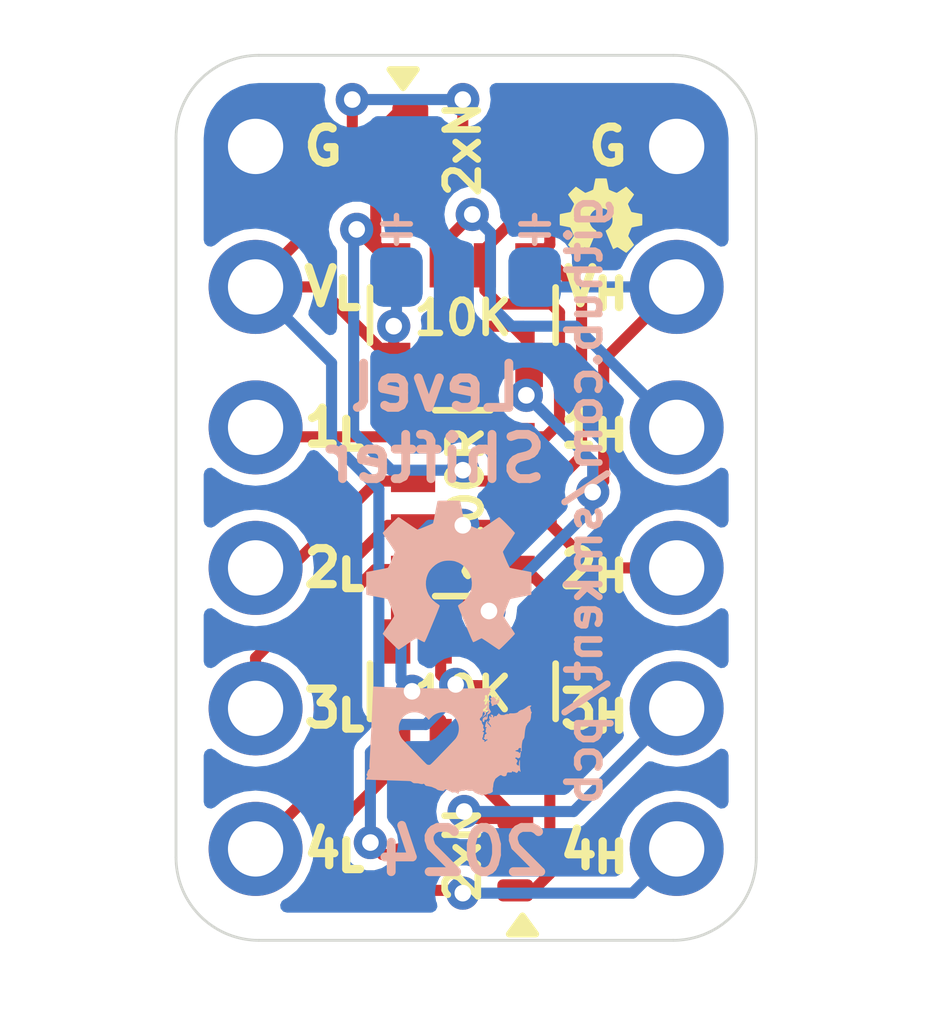
<source format=kicad_pcb>
(kicad_pcb (version 20240108) (generator "pcbnew") (generator_version "8.0")
  (layers (0 "F.Cu" signal) (31 "B.Cu" signal) (34 "B.Paste" user) (35 "F.Paste" user) (36 "B.SilkS" user "B.Silkscreen") (37 "F.SilkS" user "F.Silkscreen") (38 "B.Mask" user) (39 "F.Mask" user) (44 "Edge.Cuts" user))
  (net 0 "")
  (net 1 "GND")
  (net 2 "+5V")
  (net 3 "+3V3")
  (net 4 "1_HIGH")
  (net 5 "1_LOW")
  (net 6 "2_LOW")
  (net 7 "2_HIGH")
  (net 8 "Net-(Q1B-S)")
  (net 9 "Net-(Q1A-S)")
  (net 10 "3_LOW")
  (net 11 "4_LOW")
  (net 12 "3_HIGH")
  (net 13 "4_HIGH")
  (net 14 "Net-(Q2A-S)")
  (net 15 "Net-(Q2B-S)")
  (footprint "Resistor_SMD:R_Array_Convex_4x0603" (layer "F.Cu") (at 128.75 108.05 -90)
    (property "Reference" "RN1" (hide yes))
    (property "Value" "10K")
    (pad "1" smd rect (at -0.9 -1.2 270) (size 0.8 0.5) (layers "F.Cu" "F.Paste" "F.Mask") (net 7 "2_HIGH"))
    (pad "2" smd rect (at -0.9 -0.4 270) (size 0.8 0.4) (layers "F.Cu" "F.Paste" "F.Mask") (net 9 "Net-(Q1A-S)"))
    (pad "3" smd rect (at -0.9 0.4 270) (size 0.8 0.4) (layers "F.Cu" "F.Paste" "F.Mask") (net 4 "1_HIGH"))
    (pad "4" smd rect (at -0.9 1.2 270) (size 0.8 0.5) (layers "F.Cu" "F.Paste" "F.Mask") (net 8 "Net-(Q1B-S)"))
    (pad "5" smd rect (at 0.9 1.2 270) (size 0.8 0.5) (layers "F.Cu" "F.Paste" "F.Mask") (net 3 "+3V3"))
    (pad "6" smd rect (at 0.9 0.4 270) (size 0.8 0.4) (layers "F.Cu" "F.Paste" "F.Mask") (net 2 "+5V"))
    (pad "7" smd rect (at 0.9 -0.4 270) (size 0.8 0.4) (layers "F.Cu" "F.Paste" "F.Mask") (net 3 "+3V3"))
    (pad "8" smd rect (at 0.9 -1.2 270) (size 0.8 0.5) (layers "F.Cu" "F.Paste" "F.Mask") (net 2 "+5V"))
  )
  (footprint "Resistor_SMD:R_Array_Convex_4x0603" (layer "F.Cu") (at 128.75 114.85 90)
    (property "Reference" "RN2" (hide yes))
    (property "Value" "10K")
    (pad "1" smd rect (at -0.9 -1.2 90) (size 0.8 0.5) (layers "F.Cu" "F.Paste" "F.Mask") (net 13 "4_HIGH"))
    (pad "2" smd rect (at -0.9 -0.4 90) (size 0.8 0.4) (layers "F.Cu" "F.Paste" "F.Mask") (net 14 "Net-(Q2A-S)"))
    (pad "3" smd rect (at -0.9 0.4 90) (size 0.8 0.4) (layers "F.Cu" "F.Paste" "F.Mask") (net 12 "3_HIGH"))
    (pad "4" smd rect (at -0.9 1.2 90) (size 0.8 0.5) (layers "F.Cu" "F.Paste" "F.Mask") (net 15 "Net-(Q2B-S)"))
    (pad "5" smd rect (at 0.9 1.2 90) (size 0.8 0.5) (layers "F.Cu" "F.Paste" "F.Mask") (net 3 "+3V3"))
    (pad "6" smd rect (at 0.9 0.4 90) (size 0.8 0.4) (layers "F.Cu" "F.Paste" "F.Mask") (net 2 "+5V"))
    (pad "7" smd rect (at 0.9 -0.4 90) (size 0.8 0.4) (layers "F.Cu" "F.Paste" "F.Mask") (net 3 "+3V3"))
    (pad "8" smd rect (at 0.9 -1.2 90) (size 0.8 0.5) (layers "F.Cu" "F.Paste" "F.Mask") (net 2 "+5V"))
  )
  (footprint "packages:SOT-363_SC-70-6" (layer "F.Cu") (at 128.75 105.05)
    (property "Reference" "Q1" (hide yes))
    (property "Value" "2N7002DW")
    (pad "1" smd roundrect (at -0.95 -0.65) (size 0.65 0.4) (layers "F.Cu" "F.Paste" "F.Mask") (net 8 "Net-(Q1B-S)"))
    (pad "2" smd roundrect (at -0.95 0) (size 0.65 0.4) (layers "F.Cu" "F.Paste" "F.Mask") (net 3 "+3V3"))
    (pad "3" smd roundrect (at -0.95 0.65) (size 0.65 0.4) (layers "F.Cu" "F.Paste" "F.Mask") (net 4 "1_HIGH"))
    (pad "4" smd roundrect (at 0.95 0.65) (size 0.65 0.4) (layers "F.Cu" "F.Paste" "F.Mask") (net 9 "Net-(Q1A-S)"))
    (pad "5" smd roundrect (at 0.95 0) (size 0.65 0.4) (layers "F.Cu" "F.Paste" "F.Mask") (net 3 "+3V3"))
    (pad "6" smd roundrect (at 0.95 -0.65) (size 0.65 0.4) (layers "F.Cu" "F.Paste" "F.Mask") (net 7 "2_HIGH"))
  )
  (footprint "graphics:oshw-logo-1.5mm" (layer "F.Cu") (at 131.25 106.25)
    (property "Reference" "G***" (hide yes))
    (property "Value" "LOGO" (hide yes))
  )
  (footprint "packages:SOT-363_SC-70-6" (layer "F.Cu") (at 128.75 117.8 180)
    (property "Reference" "Q2" (hide yes))
    (property "Value" "2N7002DW")
    (pad "1" smd roundrect (at -0.95 -0.65 180) (size 0.65 0.4) (layers "F.Cu" "F.Paste" "F.Mask") (net 15 "Net-(Q2B-S)"))
    (pad "2" smd roundrect (at -0.95 0 180) (size 0.65 0.4) (layers "F.Cu" "F.Paste" "F.Mask") (net 3 "+3V3"))
    (pad "3" smd roundrect (at -0.95 0.65 180) (size 0.65 0.4) (layers "F.Cu" "F.Paste" "F.Mask") (net 12 "3_HIGH"))
    (pad "4" smd roundrect (at 0.95 0.65 180) (size 0.65 0.4) (layers "F.Cu" "F.Paste" "F.Mask") (net 14 "Net-(Q2A-S)"))
    (pad "5" smd roundrect (at 0.95 0 180) (size 0.65 0.4) (layers "F.Cu" "F.Paste" "F.Mask") (net 3 "+3V3"))
    (pad "6" smd roundrect (at 0.95 -0.65 180) (size 0.65 0.4) (layers "F.Cu" "F.Paste" "F.Mask") (net 13 "4_HIGH"))
  )
  (footprint "Resistor_SMD:R_Array_Convex_4x0603" (layer "F.Cu") (at 128.75 111.45)
    (property "Reference" "RN3" (hide yes))
    (property "Value" "100R")
    (pad "1" smd rect (at -0.9 -1.2) (size 0.8 0.5) (layers "F.Cu" "F.Paste" "F.Mask") (net 5 "1_LOW"))
    (pad "2" smd rect (at -0.9 -0.4) (size 0.8 0.4) (layers "F.Cu" "F.Paste" "F.Mask") (net 6 "2_LOW"))
    (pad "3" smd rect (at -0.9 0.4) (size 0.8 0.4) (layers "F.Cu" "F.Paste" "F.Mask") (net 10 "3_LOW"))
    (pad "4" smd rect (at -0.9 1.2) (size 0.8 0.5) (layers "F.Cu" "F.Paste" "F.Mask") (net 11 "4_LOW"))
    (pad "5" smd rect (at 0.9 1.2) (size 0.8 0.5) (layers "F.Cu" "F.Paste" "F.Mask") (net 15 "Net-(Q2B-S)"))
    (pad "6" smd rect (at 0.9 0.4) (size 0.8 0.4) (layers "F.Cu" "F.Paste" "F.Mask") (net 14 "Net-(Q2A-S)"))
    (pad "7" smd rect (at 0.9 -0.4) (size 0.8 0.4) (layers "F.Cu" "F.Paste" "F.Mask") (net 8 "Net-(Q1B-S)"))
    (pad "8" smd rect (at 0.9 -1.2) (size 0.8 0.5) (layers "F.Cu" "F.Paste" "F.Mask") (net 9 "Net-(Q1A-S)"))
  )
  (footprint "custom:C_0603_1608Metric_Pad1.08x0.95mm_HandSolder" (layer "B.Cu") (at 127.55 106.5 90)
    (property "Reference" "C2" (hide yes))
    (property "Value" "22u")
    (pad "1" smd roundrect (at -0.8625 0 90) (size 1.075 0.95) (layers "B.Cu" "B.Paste" "B.Mask") (net 3 "+3V3"))
    (pad "2" smd roundrect (at 0.8625 0 90) (size 1.075 0.95) (layers "B.Cu" "B.Paste" "B.Mask") (net 1 "GND"))
  )
  (footprint "graphics:wa-state-heart-3mm" (layer "B.Cu") (at 128.5 115.75 180)
    (property "Reference" "G***" (hide yes))
    (property "Value" "LOGO" (hide yes))
  )
  (footprint "graphics:oshw-logo-3mm" (layer "B.Cu") (at 128.5 112.75 180)
    (property "Reference" "G***" (hide yes))
    (property "Value" "LOGO" (hide yes))
  )
  (footprint "custom:PinHeader_1x06_P2.54mm_Vertical_simple_pad1gnd" (layer "B.Cu") (at 125 105 180)
    (property "Reference" "J1" (hide yes))
    (property "Value" "Pin headers")
    (pad "1" thru_hole roundrect (at 0 0 180) (size 1.7 1.7) (drill 1) (layers "*.Cu" "*.Mask") (net 1 "GND"))
    (pad "2" thru_hole oval (at 0 -2.54 180) (size 1.7 1.7) (drill 1) (layers "*.Cu" "*.Mask") (net 3 "+3V3"))
    (pad "3" thru_hole oval (at 0 -5.08 180) (size 1.7 1.7) (drill 1) (layers "*.Cu" "*.Mask") (net 5 "1_LOW"))
    (pad "4" thru_hole oval (at 0 -7.62 180) (size 1.7 1.7) (drill 1) (layers "*.Cu" "*.Mask") (net 6 "2_LOW"))
    (pad "5" thru_hole oval (at 0 -10.16 180) (size 1.7 1.7) (drill 1) (layers "*.Cu" "*.Mask") (net 10 "3_LOW"))
    (pad "6" thru_hole oval (at 0 -12.7 180) (size 1.7 1.7) (drill 1) (layers "*.Cu" "*.Mask") (net 11 "4_LOW"))
  )
  (footprint "custom:PinHeader_1x06_P2.54mm_Vertical_simple_pad1gnd" (layer "B.Cu") (at 132.62 105 180)
    (property "Reference" "J2" (hide yes))
    (property "Value" "Pin headers")
    (pad "1" thru_hole roundrect (at 0 0 180) (size 1.7 1.7) (drill 1) (layers "*.Cu" "*.Mask") (net 1 "GND"))
    (pad "2" thru_hole oval (at 0 -2.54 180) (size 1.7 1.7) (drill 1) (layers "*.Cu" "*.Mask") (net 2 "+5V"))
    (pad "3" thru_hole oval (at 0 -5.08 180) (size 1.7 1.7) (drill 1) (layers "*.Cu" "*.Mask") (net 4 "1_HIGH"))
    (pad "4" thru_hole oval (at 0 -7.62 180) (size 1.7 1.7) (drill 1) (layers "*.Cu" "*.Mask") (net 7 "2_HIGH"))
    (pad "5" thru_hole oval (at 0 -10.16 180) (size 1.7 1.7) (drill 1) (layers "*.Cu" "*.Mask") (net 12 "3_HIGH"))
    (pad "6" thru_hole oval (at 0 -12.7 180) (size 1.7 1.7) (drill 1) (layers "*.Cu" "*.Mask") (net 13 "4_HIGH"))
  )
  (footprint "custom:C_0603_1608Metric_Pad1.08x0.95mm_HandSolder" (layer "B.Cu") (at 130.05 106.5 90)
    (property "Reference" "C1" (hide yes))
    (property "Value" "22u")
    (pad "1" smd roundrect (at -0.8625 0 90) (size 1.075 0.95) (layers "B.Cu" "B.Paste" "B.Mask") (net 2 "+5V"))
    (pad "2" smd roundrect (at 0.8625 0 90) (size 1.075 0.95) (layers "B.Cu" "B.Paste" "B.Mask") (net 1 "GND"))
  )
  (gr_line (start 125.06 103.353) (end 132.56 103.353) (stroke (width 0.05)) (layer "Edge.Cuts"))
  (gr_line (start 134.06 104.853) (end 134.06 117.853) (stroke (width 0.05)) (layer "Edge.Cuts"))
  (gr_arc (start 134.06 117.853) (mid 133.62066 118.91366) (end 132.56 119.353) (stroke (width 0.05)) (layer "Edge.Cuts"))
  (gr_arc (start 132.56 103.353) (mid 133.62066 103.79234) (end 134.06 104.853) (stroke (width 0.05)) (layer "Edge.Cuts"))
  (gr_line (start 132.56 119.353) (end 125.06 119.353) (stroke (width 0.05)) (layer "Edge.Cuts"))
  (gr_arc (start 123.56 104.853) (mid 123.99934 103.79234) (end 125.06 103.353) (stroke (width 0.05)) (layer "Edge.Cuts"))
  (gr_line (start 123.56 117.853) (end 123.56 104.853) (stroke (width 0.05)) (layer "Edge.Cuts"))
  (gr_arc (start 125.06 119.353) (mid 123.99934 118.91366) (end 123.56 117.853) (stroke (width 0.05)) (layer "Edge.Cuts"))
  (gr_text "2024" (at 128.75 117.75 0) (layer "B.SilkS") (effects (font (size 0.8 0.8) (thickness 0.16) (bold yes)) (justify mirror)))
  (gr_text "Level\nShifter" (at 128.25 110 0) (layer "B.SilkS") (effects (font (size 0.8 0.8) (thickness 0.16) (bold yes)) (justify mirror)))
  (gr_text "github.com/smkent/pcb" (at 130.95 111.4 90) (layer "B.SilkS") (effects (font (size 0.6 0.6) (thickness 0.12) (bold yes)) (justify mirror)))
  (gr_text "V_{L}" (at 125.8 107.54 0) (layer "F.SilkS") (effects (font (size 0.65 0.65) (thickness 0.15) (bold yes)) (justify left)))
  (gr_text "10K" (at 128.75 114.9 0) (layer "F.SilkS") (effects (font (size 0.6 0.6) (thickness 0.12) (bold yes))))
  (gr_text "3_{L}" (at 125.8 115.16 0) (layer "F.SilkS") (effects (font (size 0.65 0.65) (thickness 0.15) (bold yes)) (justify left)))
  (gr_text "2xN" (at 128.75 117.8 90) (layer "F.SilkS") (effects (font (size 0.6 0.6) (thickness 0.12) (bold yes))))
  (gr_text "4_{H}" (at 131.8 117.72 0) (layer "F.SilkS") (effects (font (size 0.65 0.65) (thickness 0.15) (bold yes)) (justify right)))
  (gr_text "V_{H}" (at 131.8 107.54 0) (layer "F.SilkS") (effects (font (size 0.65 0.65) (thickness 0.15) (bold yes)) (justify right)))
  (gr_text "~100R" (at 128.8 111.45 90) (layer "F.SilkS") (effects (font (size 0.6 0.6) (thickness 0.12) (bold yes))))
  (gr_text "2_{L}" (at 125.8 112.62 0) (layer "F.SilkS") (effects (font (size 0.65 0.65) (thickness 0.15) (bold yes)) (justify left)))
  (gr_text "2xN" (at 128.75 105.05 90) (layer "F.SilkS") (effects (font (size 0.6 0.6) (thickness 0.12) (bold yes))))
  (gr_text "1_{L}" (at 125.8 110.08 0) (layer "F.SilkS") (effects (font (size 0.65 0.65) (thickness 0.15) (bold yes)) (justify left)))
  (gr_text "2_{H}" (at 131.8 112.64 0) (layer "F.SilkS") (effects (font (size 0.65 0.65) (thickness 0.15) (bold yes)) (justify right)))
  (gr_text "G" (at 131.8 105 0) (layer "F.SilkS") (effects (font (size 0.65 0.65) (thickness 0.15) (bold yes)) (justify right)))
  (gr_text "3_{H}" (at 131.8 115.18 0) (layer "F.SilkS") (effects (font (size 0.65 0.65) (thickness 0.15) (bold yes)) (justify right)))
  (gr_text "G" (at 125.8 105 0) (layer "F.SilkS") (effects (font (size 0.65 0.65) (thickness 0.15) (bold yes)) (justify left)))
  (gr_text "4_{L}" (at 125.8 117.7 0) (layer "F.SilkS") (effects (font (size 0.65 0.65) (thickness 0.15) (bold yes)) (justify left)))
  (gr_text "1_{H}" (at 131.8 110.1 0) (layer "F.SilkS") (effects (font (size 0.65 0.65) (thickness 0.15) (bold yes)) (justify right)))
  (gr_text "10K" (at 128.75 108.1 0) (layer "F.SilkS") (effects (font (size 0.6 0.6) (thickness 0.12) (bold yes))))
  (segment (start 129.15 113.95) (end 129.15 113.35) (width 0.2) (layer "F.Cu") (net 2))
  (segment (start 129.9 108.5) (end 129.65 108.25) (width 0.2) (layer "F.Cu") (net 2))
  (segment (start 129.9 109.499998) (end 129.9 108.5) (width 0.2) (layer "F.Cu") (net 2))
  (segment (start 129.85 108.25) (end 128.75 108.25) (width 0.2) (layer "F.Cu") (net 2))
  (segment (start 129.15 113.35) (end 129.05 113.25) (width 0.2) (layer "F.Cu") (net 2))
  (segment (start 127.55 113.35) (end 127.55 113.95) (width 0.2) (layer "F.Cu") (net 2))
  (segment (start 131.1 111.25) (end 131.3 111.05) (width 0.2) (layer "F.Cu") (net 2))
  (segment (start 127.65 113.25) (end 127.55 113.35) (width 0.2) (layer "F.Cu") (net 2))
  (segment (start 129.05 113.25) (end 127.65 113.25) (width 0.2) (layer "F.Cu") (net 2))
  (segment (start 131.3 108.86) (end 132.62 107.54) (width 0.2) (layer "F.Cu") (net 2))
  (segment (start 131.3 111.05) (end 131.3 108.86) (width 0.2) (layer "F.Cu") (net 2))
  (segment (start 128.35 108.35) (end 128.35 108.95) (width 0.2) (layer "F.Cu") (net 2))
  (segment (start 129.95 108.35) (end 129.85 108.25) (width 0.2) (layer "F.Cu") (net 2))
  (segment (start 129.65 108.25) (end 128.75 108.25) (width 0.2) (layer "F.Cu") (net 2))
  (segment (start 129.95 108.95) (end 129.95 108.35) (width 0.2) (layer "F.Cu") (net 2))
  (segment (start 128.75 108.25) (end 128.45 108.25) (width 0.2) (layer "F.Cu") (net 2))
  (segment (start 128.45 108.25) (end 128.35 108.35) (width 0.2) (layer "F.Cu") (net 2))
  (via (at 129.223256 113.399286) (size 0.6) (drill 0.3) (layers "F.Cu" "B.Cu") (net 2))
  (via (at 131.1 111.25) (size 0.6) (drill 0.3) (layers "F.Cu" "B.Cu") (net 2))
  (via (at 129.9 109.499998) (size 0.6) (drill 0.3) (layers "F.Cu" "B.Cu") (net 2))
  (segment (start 129.9 109.499998) (end 131.1 110.699998) (width 0.2) (layer "B.Cu") (net 2))
  (segment (start 130.2275 107.54) (end 130.05 107.3625) (width 0.2) (layer "B.Cu") (net 2))
  (segment (start 131.1 111.522542) (end 129.223256 113.399286) (width 0.2) (layer "B.Cu") (net 2))
  (segment (start 131.1 110.699998) (end 131.1 111.25) (width 0.2) (layer "B.Cu") (net 2))
  (segment (start 131.1 111.25) (end 131.1 111.522542) (width 0.2) (layer "B.Cu") (net 2))
  (segment (start 132.62 107.54) (end 130.2275 107.54) (width 0.2) (layer "B.Cu") (net 2))
  (segment (start 128.644518 114.75) (end 129 114.75) (width 0.2) (layer "F.Cu") (net 3))
  (segment (start 129 114.75) (end 129.75 114.75) (width 0.2) (layer "F.Cu") (net 3))
  (segment (start 129.15 108.95) (end 129.15 109.55) (width 0.2) (layer "F.Cu") (net 3))
  (segment (start 126.75 104.153) (end 126.75 105.75) (width 0.2) (layer "F.Cu") (net 3))
  (segment (start 127.8 117.8) (end 127.292121 117.8) (width 0.2) (layer "F.Cu") (net 3))
  (segment (start 127.8 117.8) (end 129.7 117.8) (width 0.2) (layer "F.Cu") (net 3))
  (segment (start 128.62123 114.726712) (end 128.644518 114.75) (width 0.2) (layer "F.Cu") (net 3))
  (segment (start 127.5 108.25) (end 127.5 108.9) (width 0.2) (layer "F.Cu") (net 3))
  (segment (start 127.5 108.9) (end 127.55 108.95) (width 0.2) (layer "F.Cu") (net 3))
  (segment (start 128.75 105.05) (end 128.75 104.153) (width 0.2) (layer "F.Cu") (net 3))
  (segment (start 129.15 109.55) (end 129.05 109.65) (width 0.2) (layer "F.Cu") (net 3))
  (segment (start 125 107.481446) (end 125 107.54) (width 0.2) (layer "F.Cu") (net 3))
  (segment (start 127.55 109.55) (end 127.55 108.95) (width 0.2) (layer "F.Cu") (net 3))
  (segment (start 127.65 109.65) (end 127.55 109.55) (width 0.2) (layer "F.Cu") (net 3))
  (segment (start 126.75 105.75) (end 126.599999 105.900001) (width 0.2) (layer "F.Cu") (net 3))
  (segment (start 126.599999 105.900001) (end 126.581445 105.900001) (width 0.2) (layer "F.Cu") (net 3))
  (segment (start 127.55 108.95) (end 126.14 107.54) (width 0.2) (layer "F.Cu") (net 3))
  (segment (start 129.75 114.75) (end 129.95 114.55) (width 0.2) (layer "F.Cu") (net 3))
  (segment (start 127.8 105.05) (end 128.75 105.05) (width 0.2) (layer "F.Cu") (net 3))
  (segment (start 128.55 114.75) (end 129 114.75) (width 0.2) (layer "F.Cu") (net 3))
  (segment (start 126.581445 105.900001) (end 125 107.481446) (width 0.2) (layer "F.Cu") (net 3))
  (segment (start 128.35 113.95) (end 128.35 114.55) (width 0.2) (layer "F.Cu") (net 3))
  (segment (start 128.75 105.05) (end 129.7 105.05) (width 0.2) (layer "F.Cu") (net 3))
  (segment (start 129.05 109.65) (end 127.65 109.65) (width 0.2) (layer "F.Cu") (net 3))
  (segment (start 126.14 107.54) (end 125 107.54) (width 0.2) (layer "F.Cu") (net 3))
  (segment (start 129.95 114.55) (end 129.95 113.95) (width 0.2) (layer "F.Cu") (net 3))
  (segment (start 127.292121 117.8) (end 127.077437 117.585316) (width 0.2) (layer "F.Cu") (net 3))
  (segment (start 128.35 114.55) (end 128.55 114.75) (width 0.2) (layer "F.Cu") (net 3))
  (via (at 127.5 108.25) (size 0.6) (drill 0.3) (layers "F.Cu" "B.Cu") (net 3))
  (via (at 128.62123 114.726712) (size 0.6) (drill 0.3) (layers "F.Cu" "B.Cu") (net 3))
  (via (at 126.75 104.153) (size 0.6) (drill 0.3) (layers "F.Cu" "B.Cu") (net 3))
  (via (at 128.75 104.153) (size 0.6) (drill 0.3) (layers "F.Cu" "B.Cu") (net 3))
  (via (at 127.077437 117.585316) (size 0.6) (drill 0.3) (layers "F.Cu" "B.Cu") (net 3))
  (segment (start 126.375 110.337132) (end 126.375 108.915) (width 0.2) (layer "B.Cu") (net 3))
  (segment (start 128.079467 115.450958) (end 127.582409 115.450958) (width 0.2) (layer "B.Cu") (net 3))
  (segment (start 127.230938 111.19307) (end 126.375 110.337132) (width 0.2) (layer "B.Cu") (net 3))
  (segment (start 126.375 108.915) (end 125 107.54) (width 0.2) (layer "B.Cu") (net 3))
  (segment (start 127.077437 117.585316) (end 127.077437 115.95593) (width 0.2) (layer "B.Cu") (net 3))
  (segment (start 127.55 107.3625) (end 127.55 108.2) (width 0.2) (layer "B.Cu") (net 3))
  (segment (start 127.077437 115.95593) (end 127.582409 115.450958) (width 0.2) (layer "B.Cu") (net 3))
  (segment (start 128.62123 114.726712) (end 128.430938 114.917004) (width 0.2) (layer "B.Cu") (net 3))
  (segment (start 127.582409 115.450958) (end 127.230938 115.099487) (width 0.2) (layer "B.Cu") (net 3))
  (segment (start 127.55 108.2) (end 127.5 108.25) (width 0.2) (layer "B.Cu") (net 3))
  (segment (start 128.75 104.153) (end 126.75 104.153) (width 0.2) (layer "B.Cu") (net 3))
  (segment (start 127.230938 115.099487) (end 127.230938 111.19307) (width 0.2) (layer "B.Cu") (net 3))
  (segment (start 128.430938 114.917004) (end 128.430938 115.099487) (width 0.2) (layer "B.Cu") (net 3))
  (segment (start 128.430938 115.099487) (end 128.079467 115.450958) (width 0.2) (layer "B.Cu") (net 3))
  (segment (start 128.921365 106.230106) (end 128.35 106.801471) (width 0.2) (layer "F.Cu") (net 4))
  (segment (start 128.35 106.801471) (end 128.35 107.15) (width 0.2) (layer "F.Cu") (net 4))
  (segment (start 128.35 106.85) (end 128.35 107.15) (width 0.2) (layer "F.Cu") (net 4))
  (segment (start 127.8 106.3) (end 128.35 106.85) (width 0.2) (layer "F.Cu") (net 4))
  (segment (start 127.8 105.7) (end 127.8 106.3) (width 0.2) (layer "F.Cu") (net 4))
  (via (at 128.921365 106.230106) (size 0.6) (drill 0.3) (layers "F.Cu" "B.Cu") (net 4))
  (segment (start 129.25 106.558741) (end 129.25 107.866722) (width 0.2) (layer "B.Cu") (net 4))
  (segment (start 130.79 108.25) (end 132.62 110.08) (width 0.2) (layer "B.Cu") (net 4))
  (segment (start 128.921365 106.230106) (end 129.25 106.558741) (width 0.2) (layer "B.Cu") (net 4))
  (segment (start 129.633278 108.25) (end 130.79 108.25) (width 0.2) (layer "B.Cu") (net 4))
  (segment (start 129.25 107.866722) (end 129.633278 108.25) (width 0.2) (layer "B.Cu") (net 4))
  (segment (start 125.17 110.25) (end 127.85 110.25) (width 0.2) (layer "F.Cu") (net 5))
  (segment (start 125 110.08) (end 125.17 110.25) (width 0.2) (layer "F.Cu") (net 5))
  (segment (start 127.85 111.05) (end 127.2 111.05) (width 0.2) (layer "F.Cu") (net 6))
  (segment (start 127.2 111.05) (end 125.63 112.62) (width 0.2) (layer "F.Cu") (net 6))
  (segment (start 125.63 112.62) (end 125 112.62) (width 0.2) (layer "F.Cu") (net 6))
  (segment (start 130.35 111.85) (end 131.12 112.62) (width 0.2) (layer "F.Cu") (net 7))
  (segment (start 130.325 106.775) (end 130.325 104.781544) (width 0.2) (layer "F.Cu") (net 7))
  (segment (start 131.12 112.62) (end 132.62 112.62) (width 0.2) (layer "F.Cu") (net 7))
  (segment (start 130.4 107.15) (end 130.9 107.65) (width 0.2) (layer "F.Cu") (net 7))
  (segment (start 130.9 110.6) (end 130.35 111.15) (width 0.2) (layer "F.Cu") (net 7))
  (segment (start 129.943456 104.4) (end 129.7 104.4) (width 0.2) (layer "F.Cu") (net 7))
  (segment (start 130.9 107.65) (end 130.9 110.6) (width 0.2) (layer "F.Cu") (net 7))
  (segment (start 130.325 104.781544) (end 129.943456 104.4) (width 0.2) (layer "F.Cu") (net 7))
  (segment (start 130.35 111.15) (end 130.35 111.85) (width 0.2) (layer "F.Cu") (net 7))
  (segment (start 129.95 107.15) (end 130.325 106.775) (width 0.2) (layer "F.Cu") (net 7))
  (segment (start 129.95 107.15) (end 130.4 107.15) (width 0.2) (layer "F.Cu") (net 7))
  (segment (start 128.75 110.853554) (end 128.946446 111.05) (width 0.2) (layer "F.Cu") (net 8))
  (segment (start 127.55 107.15) (end 127.175 106.775) (width 0.2) (layer "F.Cu") (net 8))
  (segment (start 127.479973 107.15) (end 127.55 107.15) (width 0.2) (layer "F.Cu") (net 8))
  (segment (start 128.946446 111.05) (end 129.65 111.05) (width 0.2) (layer "F.Cu") (net 8))
  (segment (start 126.829974 106.500001) (end 127.479973 107.15) (width 0.2) (layer "F.Cu") (net 8))
  (segment (start 127.556544 104.4) (end 127.8 104.4) (width 0.2) (layer "F.Cu") (net 8))
  (segment (start 127.175 106.775) (end 127.175 104.781544) (width 0.2) (layer "F.Cu") (net 8))
  (segment (start 127.175 104.781544) (end 127.556544 104.4) (width 0.2) (layer "F.Cu") (net 8))
  (via (at 128.75 110.853554) (size 0.6) (drill 0.3) (layers "F.Cu" "B.Cu") (net 8))
  (via (at 126.829974 106.500001) (size 0.6) (drill 0.3) (layers "F.Cu" "B.Cu") (net 8))
  (segment (start 126.775 110.171446) (end 126.775 106.554975) (width 0.2) (layer "B.Cu") (net 8))
  (segment (start 128.75 110.853554) (end 127.457108 110.853554) (width 0.2) (layer "B.Cu") (net 8))
  (segment (start 127.457108 110.853554) (end 126.775 110.171446) (width 0.2) (layer "B.Cu") (net 8))
  (segment (start 126.775 106.554975) (end 126.829974 106.500001) (width 0.2) (layer "B.Cu") (net 8))
  (segment (start 130.5 110) (end 130.5 108) (width 0.2) (layer "F.Cu") (net 9))
  (segment (start 129.4 107.85) (end 129.15 107.6) (width 0.2) (layer "F.Cu") (net 9))
  (segment (start 129.65 110.25) (end 130.25 110.25) (width 0.2) (layer "F.Cu") (net 9))
  (segment (start 129.15 106.85) (end 129.7 106.3) (width 0.2) (layer "F.Cu") (net 9))
  (segment (start 130.35 107.85) (end 129.4 107.85) (width 0.2) (layer "F.Cu") (net 9))
  (segment (start 129.15 107.15) (end 129.15 106.85) (width 0.2) (layer "F.Cu") (net 9))
  (segment (start 129.7 106.3) (end 129.7 105.7) (width 0.2) (layer "F.Cu") (net 9))
  (segment (start 130.25 110.25) (end 130.5 110) (width 0.2) (layer "F.Cu") (net 9))
  (segment (start 129.15 107.6) (end 129.15 107.15) (width 0.2) (layer "F.Cu") (net 9))
  (segment (start 130.5 108) (end 130.35 107.85) (width 0.2) (layer "F.Cu") (net 9))
  (segment (start 127.396346 111.85) (end 127.85 111.85) (width 0.2) (layer "F.Cu") (net 10))
  (segment (start 125 114.246346) (end 127.396346 111.85) (width 0.2) (layer "F.Cu") (net 10))
  (segment (start 125 115.16) (end 125 114.246346) (width 0.2) (layer "F.Cu") (net 10))
  (segment (start 126.15 113.662031) (end 126.15 116.55) (width 0.2) (layer "F.Cu") (net 11))
  (segment (start 126.15 116.55) (end 125 117.7) (width 0.2) (layer "F.Cu") (net 11))
  (segment (start 127.85 112.65) (end 127.162031 112.65) (width 0.2) (layer "F.Cu") (net 11))
  (segment (start 127.162031 112.65) (end 126.15 113.662031) (width 0.2) (layer "F.Cu") (net 11))
  (segment (start 128.9 117.15) (end 128.774265 117.024265) (width 0.2) (layer "F.Cu") (net 12))
  (segment (start 129.15 116.6) (end 129.7 117.15) (width 0.2) (layer "F.Cu") (net 12))
  (segment (start 129.15 115.75) (end 129.15 116.6) (width 0.2) (layer "F.Cu") (net 12))
  (segment (start 129.7 117.15) (end 128.9 117.15) (width 0.2) (layer "F.Cu") (net 12))
  (via (at 128.774265 117.024265) (size 0.6) (drill 0.3) (layers "F.Cu" "B.Cu") (net 12))
  (segment (start 128.774265 117.024265) (end 130.755735 117.024265) (width 0.2) (layer "B.Cu") (net 12))
  (segment (start 130.755735 117.024265) (end 132.62 115.16) (width 0.2) (layer "B.Cu") (net 12))
  (segment (start 127.8 118.45) (end 128.7 118.45) (width 0.2) (layer "F.Cu") (net 13))
  (segment (start 126.95 118.45) (end 126.477437 117.977437) (width 0.2) (layer "F.Cu") (net 13))
  (segment (start 127.55 116.2) (end 127.55 115.75) (width 0.2) (layer "F.Cu") (net 13))
  (segment (start 127.8 118.45) (end 126.95 118.45) (width 0.2) (layer "F.Cu") (net 13))
  (segment (start 126.477437 117.977437) (end 126.477437 117.272563) (width 0.2) (layer "F.Cu") (net 13))
  (segment (start 126.477437 117.272563) (end 127.55 116.2) (width 0.2) (layer "F.Cu") (net 13))
  (segment (start 128.7 118.45) (end 128.75 118.5) (width 0.2) (layer "F.Cu") (net 13))
  (via (at 128.75 118.5) (size 0.6) (drill 0.3) (layers "F.Cu" "B.Cu") (net 13))
  (segment (start 128.75 118.5) (end 131.82 118.5) (width 0.2) (layer "B.Cu") (net 13))
  (segment (start 131.82 118.5) (end 132.62 117.7) (width 0.2) (layer "B.Cu") (net 13))
  (segment (start 127.830938 114.850958) (end 128.35 115.37002) (width 0.2) (layer "F.Cu") (net 14))
  (segment (start 128.35 116.6) (end 127.8 117.15) (width 0.2) (layer "F.Cu") (net 14))
  (segment (start 128.750002 111.85) (end 129.65 111.85) (width 0.2) (layer "F.Cu") (net 14))
  (segment (start 128.35 115.75) (end 128.35 116.6) (width 0.2) (layer "F.Cu") (net 14))
  (segment (start 128.35 115.37002) (end 128.35 115.75) (width 0.2) (layer "F.Cu") (net 14))
  (via (at 128.750002 111.85) (size 0.6) (drill 0.3) (layers "F.Cu" "B.Cu") (net 14))
  (via (at 127.830938 114.850958) (size 0.6) (drill 0.3) (layers "F.Cu" "B.Cu") (net 14))
  (segment (start 127.630938 112.369062) (end 127.630938 114.650958) (width 0.2) (layer "B.Cu") (net 14))
  (segment (start 128.15 111.85) (end 127.630938 112.369062) (width 0.2) (layer "B.Cu") (net 14))
  (segment (start 127.630938 114.650958) (end 127.830938 114.850958) (width 0.2) (layer "B.Cu") (net 14))
  (segment (start 128.750002 111.85) (end 128.15 111.85) (width 0.2) (layer "B.Cu") (net 14))
  (segment (start 130.5 113.25) (end 130.5 115.2) (width 0.2) (layer "F.Cu") (net 15))
  (segment (start 130.024999 118.45) (end 129.7 118.45) (width 0.2) (layer "F.Cu") (net 15))
  (segment (start 130.5 115.2) (end 129.95 115.75) (width 0.2) (layer "F.Cu") (net 15))
  (segment (start 130.325 118.149999) (end 130.024999 118.45) (width 0.2) (layer "F.Cu") (net 15))
  (segment (start 129.9 112.65) (end 130.5 113.25) (width 0.2) (layer "F.Cu") (net 15))
  (segment (start 129.95 115.75) (end 130.325 116.125) (width 0.2) (layer "F.Cu") (net 15))
  (segment (start 130.325 116.125) (end 130.325 118.149999) (width 0.2) (layer "F.Cu") (net 15))
  (segment (start 129.65 112.65) (end 129.9 112.65) (width 0.2) (layer "F.Cu") (net 15))
  (zone (net 1) (net_name "GND") (layer "B.Cu") (connect_pads yes (clearance 0)) (min_thickness 0.25) (fill yes (thermal_gap 0.25) (thermal_bridge_width 0.5))
    (polygon (pts (xy 122.56 102.353) (xy 135.06 102.353) (xy 135.06 120.353) (xy 122.56 120.353)))
  )
)
</source>
